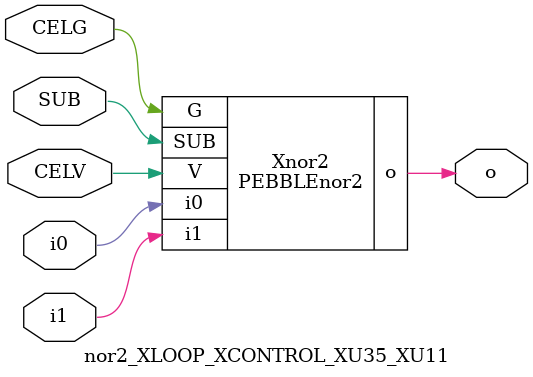
<source format=v>



module PEBBLEnor2 ( o, G, SUB, V, i0, i1 );

  input i0;
  input V;
  input i1;
  input G;
  output o;
  input SUB;
endmodule

//Celera Confidential Do Not Copy nor2_XLOOP_XCONTROL_XU35_XU11
//Celera Confidential Symbol Generator
//nor2
module nor2_XLOOP_XCONTROL_XU35_XU11 (CELV,CELG,i0,i1,o,SUB);
input CELV;
input CELG;
input i0;
input i1;
input SUB;
output o;

//Celera Confidential Do Not Copy nor2
PEBBLEnor2 Xnor2(
.V (CELV),
.i0 (i0),
.i1 (i1),
.o (o),
.SUB (SUB),
.G (CELG)
);
//,diesize,PEBBLEnor2

//Celera Confidential Do Not Copy Module End
//Celera Schematic Generator
endmodule

</source>
